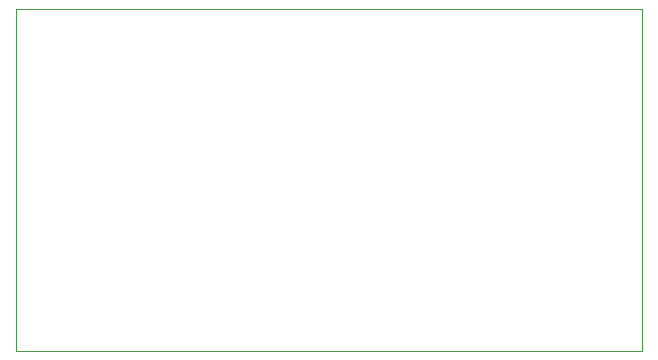
<source format=gm1>
%TF.GenerationSoftware,KiCad,Pcbnew,8.0.1*%
%TF.CreationDate,2024-04-28T18:53:44+02:00*%
%TF.ProjectId,SwitchesModule,53776974-6368-4657-934d-6f64756c652e,v0.1*%
%TF.SameCoordinates,Original*%
%TF.FileFunction,Profile,NP*%
%FSLAX46Y46*%
G04 Gerber Fmt 4.6, Leading zero omitted, Abs format (unit mm)*
G04 Created by KiCad (PCBNEW 8.0.1) date 2024-04-28 18:53:44*
%MOMM*%
%LPD*%
G01*
G04 APERTURE LIST*
%TA.AperFunction,Profile*%
%ADD10C,0.050000*%
%TD*%
G04 APERTURE END LIST*
D10*
X119429100Y-87846860D02*
X172429100Y-87846860D01*
X172429100Y-116846860D01*
X119429100Y-116846860D01*
X119429100Y-87846860D01*
M02*

</source>
